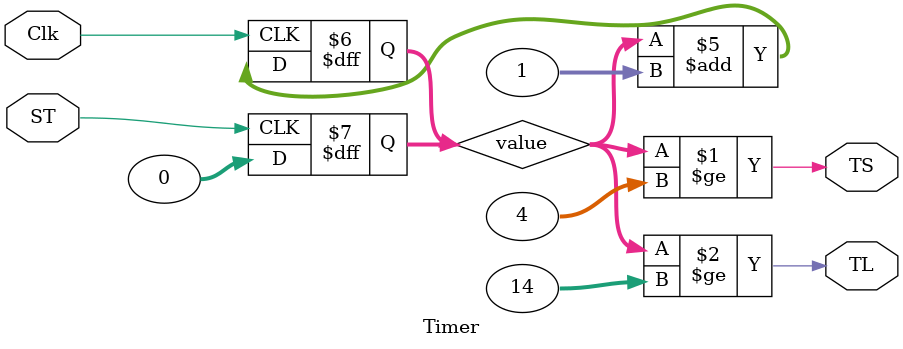
<source format=v>
module Timer(TS, TL, ST, Clk);

input ST, Clk;
output TS, TL;

integer value;

assign TS = (value >= 4);  // time short. 5 cycles after reset
assign TL = (value >= 14); // time long. 15cycles after reset

always @(posedge ST)  value = 0; 			// async reset
always @(posedge Clk) value = value + 1;	// counter operation

endmodule
</source>
